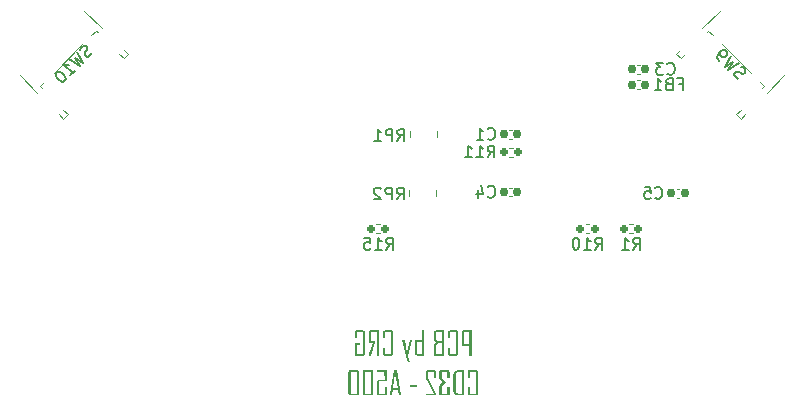
<source format=gbr>
%TF.GenerationSoftware,KiCad,Pcbnew,8.0.5*%
%TF.CreationDate,2026-02-16T11:04:40+00:00*%
%TF.ProjectId,CD32 pad,43443332-2070-4616-942e-6b696361645f,rev?*%
%TF.SameCoordinates,Original*%
%TF.FileFunction,Legend,Bot*%
%TF.FilePolarity,Positive*%
%FSLAX46Y46*%
G04 Gerber Fmt 4.6, Leading zero omitted, Abs format (unit mm)*
G04 Created by KiCad (PCBNEW 8.0.5) date 2026-02-16 11:04:40*
%MOMM*%
%LPD*%
G01*
G04 APERTURE LIST*
G04 Aperture macros list*
%AMRoundRect*
0 Rectangle with rounded corners*
0 $1 Rounding radius*
0 $2 $3 $4 $5 $6 $7 $8 $9 X,Y pos of 4 corners*
0 Add a 4 corners polygon primitive as box body*
4,1,4,$2,$3,$4,$5,$6,$7,$8,$9,$2,$3,0*
0 Add four circle primitives for the rounded corners*
1,1,$1+$1,$2,$3*
1,1,$1+$1,$4,$5*
1,1,$1+$1,$6,$7*
1,1,$1+$1,$8,$9*
0 Add four rect primitives between the rounded corners*
20,1,$1+$1,$2,$3,$4,$5,0*
20,1,$1+$1,$4,$5,$6,$7,0*
20,1,$1+$1,$6,$7,$8,$9,0*
20,1,$1+$1,$8,$9,$2,$3,0*%
G04 Aperture macros list end*
%ADD10C,0.150000*%
%ADD11C,0.120000*%
%ADD12R,1.000000X1.000000*%
%ADD13O,1.000000X1.000000*%
%ADD14R,1.600000X1.600000*%
%ADD15C,1.600000*%
%ADD16C,2.100000*%
%ADD17C,1.750000*%
%ADD18RoundRect,0.155000X0.212500X0.155000X-0.212500X0.155000X-0.212500X-0.155000X0.212500X-0.155000X0*%
%ADD19RoundRect,0.160000X-0.197500X-0.160000X0.197500X-0.160000X0.197500X0.160000X-0.197500X0.160000X0*%
%ADD20RoundRect,0.160000X0.197500X0.160000X-0.197500X0.160000X-0.197500X-0.160000X0.197500X-0.160000X0*%
%ADD21RoundRect,0.155000X-0.212500X-0.155000X0.212500X-0.155000X0.212500X0.155000X-0.212500X0.155000X0*%
%ADD22R,0.320000X0.500000*%
G04 APERTURE END LIST*
D10*
G36*
X152145429Y-113700000D02*
G01*
X151954431Y-113700000D01*
X151954431Y-112855896D01*
X151447871Y-112855896D01*
X151427401Y-112854811D01*
X151337473Y-112811444D01*
X151322698Y-112793715D01*
X151294865Y-112699581D01*
X151484996Y-112699581D01*
X151954431Y-112699581D01*
X151954431Y-111699162D01*
X151484996Y-111699162D01*
X151484996Y-112699581D01*
X151294865Y-112699581D01*
X151293998Y-112696650D01*
X151293998Y-111702093D01*
X151295526Y-111676625D01*
X151337473Y-111587299D01*
X151354452Y-111572192D01*
X151447871Y-111542847D01*
X152145429Y-111542847D01*
X152145429Y-113700000D01*
G37*
G36*
X150137264Y-113540753D02*
G01*
X150164097Y-113634861D01*
X150181228Y-113655547D01*
X150272109Y-113698914D01*
X150292602Y-113700000D01*
X150846057Y-113700000D01*
X150942077Y-113668353D01*
X150955966Y-113655547D01*
X150996970Y-113566221D01*
X150998464Y-113540753D01*
X150998464Y-111702093D01*
X150970409Y-111604879D01*
X150955966Y-111587299D01*
X150866514Y-111543932D01*
X150846057Y-111542847D01*
X150292602Y-111542847D01*
X150198538Y-111572192D01*
X150181228Y-111587299D01*
X150138809Y-111676625D01*
X150137264Y-111702093D01*
X150137264Y-112199371D01*
X150329727Y-112199371D01*
X150329727Y-111699162D01*
X150807466Y-111699162D01*
X150807466Y-113543684D01*
X150329727Y-113543684D01*
X150329727Y-113012212D01*
X150137264Y-113012212D01*
X150137264Y-113540753D01*
G37*
G36*
X149810467Y-113700000D02*
G01*
X149101674Y-113700000D01*
X149081216Y-113698914D01*
X148991765Y-113655547D01*
X148977322Y-113637968D01*
X148949267Y-113540753D01*
X148949267Y-112768946D01*
X149141730Y-112768946D01*
X149141730Y-113543684D01*
X149619469Y-113543684D01*
X149619469Y-112637055D01*
X149335170Y-112637055D01*
X149141730Y-112768946D01*
X148949267Y-112768946D01*
X148949267Y-112718143D01*
X148951008Y-112699708D01*
X149020586Y-112627773D01*
X149182763Y-112558897D01*
X149126045Y-112535747D01*
X149031821Y-112496859D01*
X149009586Y-112484182D01*
X148954640Y-112399651D01*
X148954640Y-112350802D01*
X149147103Y-112350802D01*
X149338101Y-112480739D01*
X149619469Y-112480739D01*
X149619469Y-111699162D01*
X149147103Y-111699162D01*
X149147103Y-112350802D01*
X148954640Y-112350802D01*
X148954640Y-111702093D01*
X148956134Y-111676625D01*
X148997138Y-111587299D01*
X149011027Y-111574493D01*
X149107048Y-111542847D01*
X149810467Y-111542847D01*
X149810467Y-113700000D01*
G37*
G36*
X148097348Y-113700000D02*
G01*
X147613747Y-113700000D01*
X147583858Y-113698610D01*
X147489343Y-113671870D01*
X147410537Y-113611095D01*
X147387176Y-113582191D01*
X147342831Y-113489333D01*
X147329448Y-113387369D01*
X147329448Y-113386880D01*
X147512142Y-113386880D01*
X147515803Y-113432053D01*
X147565010Y-113517805D01*
X147662107Y-113543684D01*
X147914654Y-113543684D01*
X147914654Y-112543265D01*
X147512142Y-112512002D01*
X147512142Y-113386880D01*
X147329448Y-113386880D01*
X147329448Y-112512002D01*
X147333169Y-112466970D01*
X147383178Y-112381485D01*
X147481856Y-112355687D01*
X147497034Y-112355794D01*
X147595678Y-112359992D01*
X147697766Y-112367899D01*
X147711322Y-112369118D01*
X147812988Y-112378141D01*
X147914654Y-112386950D01*
X147914654Y-111542847D01*
X148097348Y-111542847D01*
X148097348Y-113700000D01*
G37*
G36*
X146283600Y-112355687D02*
G01*
X146605024Y-113700000D01*
X146738380Y-114200209D01*
X146918632Y-114200209D01*
X146783810Y-113700000D01*
X147113537Y-112355687D01*
X146925470Y-112355687D01*
X146697348Y-113449895D01*
X146466294Y-112355687D01*
X146283600Y-112355687D01*
G37*
G36*
X144634961Y-113540753D02*
G01*
X144661794Y-113634861D01*
X144678925Y-113655547D01*
X144769806Y-113698914D01*
X144790299Y-113700000D01*
X145343754Y-113700000D01*
X145439774Y-113668353D01*
X145453663Y-113655547D01*
X145494667Y-113566221D01*
X145496161Y-113540753D01*
X145496161Y-111702093D01*
X145468106Y-111604879D01*
X145453663Y-111587299D01*
X145364211Y-111543932D01*
X145343754Y-111542847D01*
X144790299Y-111542847D01*
X144696235Y-111572192D01*
X144678925Y-111587299D01*
X144636507Y-111676625D01*
X144634961Y-111702093D01*
X144634961Y-112199371D01*
X144827424Y-112199371D01*
X144827424Y-111699162D01*
X145305163Y-111699162D01*
X145305163Y-113543684D01*
X144827424Y-113543684D01*
X144827424Y-113012212D01*
X144634961Y-113012212D01*
X144634961Y-113540753D01*
G37*
G36*
X143393230Y-113700000D02*
G01*
X143593998Y-113700000D01*
X143993579Y-112520307D01*
X143967690Y-112480739D01*
X143626727Y-112480739D01*
X143626727Y-111699162D01*
X144117166Y-111699162D01*
X144117166Y-113700000D01*
X144308164Y-113700000D01*
X144308164Y-111542847D01*
X143588625Y-111542847D01*
X143492604Y-111574493D01*
X143478715Y-111587299D01*
X143437240Y-111676625D01*
X143435729Y-111702093D01*
X143435729Y-112477808D01*
X143465129Y-112574849D01*
X143553332Y-112627102D01*
X143644800Y-112637055D01*
X143705373Y-112635101D01*
X143763014Y-112633147D01*
X143728222Y-112732915D01*
X143693456Y-112832735D01*
X143658716Y-112932607D01*
X143624002Y-113032530D01*
X143589313Y-113132504D01*
X143554650Y-113232530D01*
X143520013Y-113332608D01*
X143485401Y-113432737D01*
X143450816Y-113532917D01*
X143416256Y-113633149D01*
X143393230Y-113700000D01*
G37*
G36*
X142244800Y-113540753D02*
G01*
X142272856Y-113637968D01*
X142287299Y-113655547D01*
X142376750Y-113698914D01*
X142397208Y-113700000D01*
X142961897Y-113700000D01*
X143057918Y-113668353D01*
X143071807Y-113655547D01*
X143112811Y-113566221D01*
X143114305Y-113540753D01*
X143114305Y-111702093D01*
X143086250Y-111604879D01*
X143071807Y-111587299D01*
X142982355Y-111543932D01*
X142961897Y-111542847D01*
X142397208Y-111542847D01*
X142301188Y-111574493D01*
X142287299Y-111587299D01*
X142246295Y-111676625D01*
X142244800Y-111702093D01*
X142244800Y-112168108D01*
X142437264Y-112168108D01*
X142437264Y-111699162D01*
X142923307Y-111699162D01*
X142923307Y-113543684D01*
X142437264Y-113543684D01*
X142437264Y-112762107D01*
X142666852Y-112762107D01*
X142666852Y-112605792D01*
X142244800Y-112605792D01*
X142244800Y-113540753D01*
G37*
G36*
X151814723Y-116900753D02*
G01*
X151841557Y-116994861D01*
X151858687Y-117015547D01*
X151949568Y-117058914D01*
X151970062Y-117060000D01*
X152523516Y-117060000D01*
X152619536Y-117028353D01*
X152633425Y-117015547D01*
X152674429Y-116926221D01*
X152675924Y-116900753D01*
X152675924Y-115062093D01*
X152647868Y-114964879D01*
X152633425Y-114947299D01*
X152543974Y-114903932D01*
X152523516Y-114902847D01*
X151970062Y-114902847D01*
X151875998Y-114932192D01*
X151858687Y-114947299D01*
X151816269Y-115036625D01*
X151814723Y-115062093D01*
X151814723Y-115559371D01*
X152007187Y-115559371D01*
X152007187Y-115059162D01*
X152484926Y-115059162D01*
X152484926Y-116903684D01*
X152007187Y-116903684D01*
X152007187Y-116372212D01*
X151814723Y-116372212D01*
X151814723Y-116900753D01*
G37*
G36*
X151487926Y-117060000D02*
G01*
X150996021Y-117060000D01*
X150895195Y-117049314D01*
X150797509Y-117012876D01*
X150713677Y-116950579D01*
X150649989Y-116867801D01*
X150612737Y-116770593D01*
X150601813Y-116669699D01*
X150601813Y-115299497D01*
X150792811Y-115299497D01*
X150792811Y-116660418D01*
X150808053Y-116756038D01*
X150862176Y-116838715D01*
X150942044Y-116887442D01*
X151042916Y-116903684D01*
X151296928Y-116903684D01*
X151296928Y-115059162D01*
X151031681Y-115059162D01*
X150946837Y-115071878D01*
X150859734Y-115125596D01*
X150809542Y-115202288D01*
X150792811Y-115299497D01*
X150601813Y-115299497D01*
X150601813Y-115293147D01*
X150612690Y-115192301D01*
X150649778Y-115095256D01*
X150713188Y-115012756D01*
X150796858Y-114950181D01*
X150894727Y-114913580D01*
X150996021Y-114902847D01*
X151487926Y-114902847D01*
X151487926Y-117060000D01*
G37*
G36*
X149414305Y-116900753D02*
G01*
X149442360Y-116997968D01*
X149456803Y-117015547D01*
X149546254Y-117058914D01*
X149566712Y-117060000D01*
X150120166Y-117060000D01*
X150216187Y-117028353D01*
X150230076Y-117015547D01*
X150271080Y-116926221D01*
X150272574Y-116900753D01*
X150272574Y-116372212D01*
X150081576Y-116372212D01*
X150081576Y-116903684D01*
X149606279Y-116903684D01*
X149606279Y-116225177D01*
X149985833Y-115940879D01*
X149985833Y-115897892D01*
X149609210Y-115617990D01*
X149609210Y-115059162D01*
X150079134Y-115059162D01*
X150079134Y-115559371D01*
X150270131Y-115559371D01*
X150270131Y-115062093D01*
X150242076Y-114964879D01*
X150227633Y-114947299D01*
X150138182Y-114903932D01*
X150117724Y-114902847D01*
X149569155Y-114902847D01*
X149473134Y-114934493D01*
X149459245Y-114947299D01*
X149418241Y-115036625D01*
X149416747Y-115062093D01*
X149416747Y-115577934D01*
X149440046Y-115674625D01*
X149499301Y-115738646D01*
X149754779Y-115918897D01*
X149496859Y-116098660D01*
X149432444Y-116173065D01*
X149414305Y-116262302D01*
X149414305Y-116900753D01*
G37*
G36*
X148293230Y-117060000D02*
G01*
X149146126Y-117060000D01*
X149146126Y-116950579D01*
X148488136Y-115583307D01*
X148488136Y-115059162D01*
X148926307Y-115059162D01*
X148926307Y-115559371D01*
X149118771Y-115559371D01*
X149118771Y-115062093D01*
X149090715Y-114964879D01*
X149076272Y-114947299D01*
X148986821Y-114903932D01*
X148966363Y-114902847D01*
X148448080Y-114902847D01*
X148352059Y-114934493D01*
X148338171Y-114947299D01*
X148297166Y-115036625D01*
X148295672Y-115062093D01*
X148295672Y-115531039D01*
X148311747Y-115631177D01*
X148346475Y-115719106D01*
X148915561Y-116903684D01*
X148293230Y-116903684D01*
X148293230Y-117060000D01*
G37*
G36*
X146926935Y-116309685D02*
G01*
X147493090Y-116309685D01*
X147493090Y-116153370D01*
X146926935Y-116153370D01*
X146926935Y-116309685D01*
G37*
G36*
X146166852Y-117054626D02*
G01*
X146166852Y-117060000D01*
X145982693Y-117060000D01*
X145906977Y-116591053D01*
X145480041Y-116591053D01*
X145404325Y-117060000D01*
X145214793Y-117060000D01*
X145325092Y-116434738D01*
X145504465Y-116434738D01*
X145882553Y-116434738D01*
X145692532Y-115251625D01*
X145504465Y-116434738D01*
X145325092Y-116434738D01*
X145595323Y-114902847D01*
X145783390Y-114902847D01*
X146166852Y-117054626D01*
G37*
G36*
X144134751Y-116900753D02*
G01*
X144162807Y-116997968D01*
X144177249Y-117015547D01*
X144266701Y-117058914D01*
X144287159Y-117060000D01*
X144816189Y-117060000D01*
X144911861Y-117028353D01*
X144925610Y-117015547D01*
X144966142Y-116926221D01*
X144967619Y-116900753D01*
X144967619Y-116340949D01*
X144776621Y-116340949D01*
X144776621Y-116903684D01*
X144325749Y-116903684D01*
X144325749Y-115872002D01*
X144961757Y-115872002D01*
X144937333Y-114902847D01*
X144151360Y-114902847D01*
X144151360Y-115059162D01*
X144750243Y-115059162D01*
X144773690Y-115715687D01*
X144287159Y-115715687D01*
X144191138Y-115746985D01*
X144177249Y-115759651D01*
X144135789Y-115851099D01*
X144134751Y-115872002D01*
X144134751Y-116900753D01*
G37*
G36*
X143678935Y-114903932D02*
G01*
X143768387Y-114947299D01*
X143782830Y-114964879D01*
X143810885Y-115062093D01*
X143810885Y-116900753D01*
X143809391Y-116926221D01*
X143768387Y-117015547D01*
X143754498Y-117028353D01*
X143658478Y-117060000D01*
X143088415Y-117060000D01*
X143067921Y-117058914D01*
X142977040Y-117015547D01*
X142959910Y-116994861D01*
X142933912Y-116903684D01*
X143124074Y-116903684D01*
X143619887Y-116903684D01*
X143619887Y-115059162D01*
X143124074Y-115059162D01*
X143124074Y-116903684D01*
X142933912Y-116903684D01*
X142933076Y-116900753D01*
X142933076Y-115062093D01*
X142934622Y-115036625D01*
X142977040Y-114947299D01*
X142994351Y-114932192D01*
X143088415Y-114902847D01*
X143658478Y-114902847D01*
X143678935Y-114903932D01*
G37*
G36*
X142463583Y-114903932D02*
G01*
X142553034Y-114947299D01*
X142567477Y-114964879D01*
X142595533Y-115062093D01*
X142595533Y-116900753D01*
X142594039Y-116926221D01*
X142553034Y-117015547D01*
X142539146Y-117028353D01*
X142443125Y-117060000D01*
X141873062Y-117060000D01*
X141852569Y-117058914D01*
X141761688Y-117015547D01*
X141744557Y-116994861D01*
X141718560Y-116903684D01*
X141908722Y-116903684D01*
X142404535Y-116903684D01*
X142404535Y-115059162D01*
X141908722Y-115059162D01*
X141908722Y-116903684D01*
X141718560Y-116903684D01*
X141717724Y-116900753D01*
X141717724Y-115062093D01*
X141719270Y-115036625D01*
X141761688Y-114947299D01*
X141778998Y-114932192D01*
X141873062Y-114902847D01*
X142443125Y-114902847D01*
X142463583Y-114903932D01*
G37*
X174707925Y-90259672D02*
X174573238Y-90192329D01*
X174573238Y-90192329D02*
X174404880Y-90023970D01*
X174404880Y-90023970D02*
X174371208Y-89922955D01*
X174371208Y-89922955D02*
X174371208Y-89855611D01*
X174371208Y-89855611D02*
X174404880Y-89754596D01*
X174404880Y-89754596D02*
X174472223Y-89687252D01*
X174472223Y-89687252D02*
X174573238Y-89653581D01*
X174573238Y-89653581D02*
X174640582Y-89653581D01*
X174640582Y-89653581D02*
X174741597Y-89687252D01*
X174741597Y-89687252D02*
X174909956Y-89788268D01*
X174909956Y-89788268D02*
X175010971Y-89821939D01*
X175010971Y-89821939D02*
X175078315Y-89821939D01*
X175078315Y-89821939D02*
X175179330Y-89788268D01*
X175179330Y-89788268D02*
X175246673Y-89720924D01*
X175246673Y-89720924D02*
X175280345Y-89619909D01*
X175280345Y-89619909D02*
X175280345Y-89552565D01*
X175280345Y-89552565D02*
X175246673Y-89451550D01*
X175246673Y-89451550D02*
X175078315Y-89283191D01*
X175078315Y-89283191D02*
X174943628Y-89215848D01*
X174741597Y-88946474D02*
X173866131Y-89485222D01*
X173866131Y-89485222D02*
X174236521Y-88845458D01*
X174236521Y-88845458D02*
X173596757Y-89215848D01*
X173596757Y-89215848D02*
X174135505Y-88340382D01*
X173125353Y-88744443D02*
X172990666Y-88609756D01*
X172990666Y-88609756D02*
X172956994Y-88508741D01*
X172956994Y-88508741D02*
X172956994Y-88441398D01*
X172956994Y-88441398D02*
X172990666Y-88273039D01*
X172990666Y-88273039D02*
X173091681Y-88104680D01*
X173091681Y-88104680D02*
X173361055Y-87835306D01*
X173361055Y-87835306D02*
X173462071Y-87801634D01*
X173462071Y-87801634D02*
X173529414Y-87801634D01*
X173529414Y-87801634D02*
X173630429Y-87835306D01*
X173630429Y-87835306D02*
X173765116Y-87969993D01*
X173765116Y-87969993D02*
X173798788Y-88071008D01*
X173798788Y-88071008D02*
X173798788Y-88138352D01*
X173798788Y-88138352D02*
X173765116Y-88239367D01*
X173765116Y-88239367D02*
X173596758Y-88407726D01*
X173596758Y-88407726D02*
X173495742Y-88441398D01*
X173495742Y-88441398D02*
X173428399Y-88441398D01*
X173428399Y-88441398D02*
X173327384Y-88407726D01*
X173327384Y-88407726D02*
X173192697Y-88273039D01*
X173192697Y-88273039D02*
X173159025Y-88172024D01*
X173159025Y-88172024D02*
X173159025Y-88104680D01*
X173159025Y-88104680D02*
X173192697Y-88003665D01*
X120014409Y-88037337D02*
X119947065Y-88172024D01*
X119947065Y-88172024D02*
X119778707Y-88340383D01*
X119778707Y-88340383D02*
X119677691Y-88374054D01*
X119677691Y-88374054D02*
X119610348Y-88374054D01*
X119610348Y-88374054D02*
X119509333Y-88340383D01*
X119509333Y-88340383D02*
X119441989Y-88273039D01*
X119441989Y-88273039D02*
X119408317Y-88172024D01*
X119408317Y-88172024D02*
X119408317Y-88104680D01*
X119408317Y-88104680D02*
X119441989Y-88003665D01*
X119441989Y-88003665D02*
X119543004Y-87835306D01*
X119543004Y-87835306D02*
X119576676Y-87734291D01*
X119576676Y-87734291D02*
X119576676Y-87666948D01*
X119576676Y-87666948D02*
X119543004Y-87565932D01*
X119543004Y-87565932D02*
X119475661Y-87498589D01*
X119475661Y-87498589D02*
X119374646Y-87464917D01*
X119374646Y-87464917D02*
X119307302Y-87464917D01*
X119307302Y-87464917D02*
X119206287Y-87498589D01*
X119206287Y-87498589D02*
X119037928Y-87666948D01*
X119037928Y-87666948D02*
X118970585Y-87801635D01*
X118701211Y-88003665D02*
X119239959Y-88879131D01*
X119239959Y-88879131D02*
X118600195Y-88508741D01*
X118600195Y-88508741D02*
X118970585Y-89148505D01*
X118970585Y-89148505D02*
X118095119Y-88609757D01*
X118162463Y-89956627D02*
X118566524Y-89552566D01*
X118364493Y-89754596D02*
X117657386Y-89047489D01*
X117657386Y-89047489D02*
X117825745Y-89081161D01*
X117825745Y-89081161D02*
X117960432Y-89081161D01*
X117960432Y-89081161D02*
X118061447Y-89047489D01*
X117017623Y-89687253D02*
X116950280Y-89754596D01*
X116950280Y-89754596D02*
X116916608Y-89855611D01*
X116916608Y-89855611D02*
X116916608Y-89922955D01*
X116916608Y-89922955D02*
X116950280Y-90023970D01*
X116950280Y-90023970D02*
X117051295Y-90192329D01*
X117051295Y-90192329D02*
X117219654Y-90360688D01*
X117219654Y-90360688D02*
X117388012Y-90461703D01*
X117388012Y-90461703D02*
X117489028Y-90495375D01*
X117489028Y-90495375D02*
X117556371Y-90495375D01*
X117556371Y-90495375D02*
X117657386Y-90461703D01*
X117657386Y-90461703D02*
X117724730Y-90394359D01*
X117724730Y-90394359D02*
X117758402Y-90293344D01*
X117758402Y-90293344D02*
X117758402Y-90226001D01*
X117758402Y-90226001D02*
X117724730Y-90124985D01*
X117724730Y-90124985D02*
X117623715Y-89956627D01*
X117623715Y-89956627D02*
X117455356Y-89788268D01*
X117455356Y-89788268D02*
X117286997Y-89687253D01*
X117286997Y-89687253D02*
X117185982Y-89653581D01*
X117185982Y-89653581D02*
X117118638Y-89653581D01*
X117118638Y-89653581D02*
X117017623Y-89687253D01*
X153516666Y-95309580D02*
X153564285Y-95357200D01*
X153564285Y-95357200D02*
X153707142Y-95404819D01*
X153707142Y-95404819D02*
X153802380Y-95404819D01*
X153802380Y-95404819D02*
X153945237Y-95357200D01*
X153945237Y-95357200D02*
X154040475Y-95261961D01*
X154040475Y-95261961D02*
X154088094Y-95166723D01*
X154088094Y-95166723D02*
X154135713Y-94976247D01*
X154135713Y-94976247D02*
X154135713Y-94833390D01*
X154135713Y-94833390D02*
X154088094Y-94642914D01*
X154088094Y-94642914D02*
X154040475Y-94547676D01*
X154040475Y-94547676D02*
X153945237Y-94452438D01*
X153945237Y-94452438D02*
X153802380Y-94404819D01*
X153802380Y-94404819D02*
X153707142Y-94404819D01*
X153707142Y-94404819D02*
X153564285Y-94452438D01*
X153564285Y-94452438D02*
X153516666Y-94500057D01*
X152564285Y-95404819D02*
X153135713Y-95404819D01*
X152849999Y-95404819D02*
X152849999Y-94404819D01*
X152849999Y-94404819D02*
X152945237Y-94547676D01*
X152945237Y-94547676D02*
X153040475Y-94642914D01*
X153040475Y-94642914D02*
X153135713Y-94690533D01*
X144895357Y-104704819D02*
X145228690Y-104228628D01*
X145466785Y-104704819D02*
X145466785Y-103704819D01*
X145466785Y-103704819D02*
X145085833Y-103704819D01*
X145085833Y-103704819D02*
X144990595Y-103752438D01*
X144990595Y-103752438D02*
X144942976Y-103800057D01*
X144942976Y-103800057D02*
X144895357Y-103895295D01*
X144895357Y-103895295D02*
X144895357Y-104038152D01*
X144895357Y-104038152D02*
X144942976Y-104133390D01*
X144942976Y-104133390D02*
X144990595Y-104181009D01*
X144990595Y-104181009D02*
X145085833Y-104228628D01*
X145085833Y-104228628D02*
X145466785Y-104228628D01*
X143942976Y-104704819D02*
X144514404Y-104704819D01*
X144228690Y-104704819D02*
X144228690Y-103704819D01*
X144228690Y-103704819D02*
X144323928Y-103847676D01*
X144323928Y-103847676D02*
X144419166Y-103942914D01*
X144419166Y-103942914D02*
X144514404Y-103990533D01*
X143038214Y-103704819D02*
X143514404Y-103704819D01*
X143514404Y-103704819D02*
X143562023Y-104181009D01*
X143562023Y-104181009D02*
X143514404Y-104133390D01*
X143514404Y-104133390D02*
X143419166Y-104085771D01*
X143419166Y-104085771D02*
X143181071Y-104085771D01*
X143181071Y-104085771D02*
X143085833Y-104133390D01*
X143085833Y-104133390D02*
X143038214Y-104181009D01*
X143038214Y-104181009D02*
X142990595Y-104276247D01*
X142990595Y-104276247D02*
X142990595Y-104514342D01*
X142990595Y-104514342D02*
X143038214Y-104609580D01*
X143038214Y-104609580D02*
X143085833Y-104657200D01*
X143085833Y-104657200D02*
X143181071Y-104704819D01*
X143181071Y-104704819D02*
X143419166Y-104704819D01*
X143419166Y-104704819D02*
X143514404Y-104657200D01*
X143514404Y-104657200D02*
X143562023Y-104609580D01*
X165816666Y-104704819D02*
X166149999Y-104228628D01*
X166388094Y-104704819D02*
X166388094Y-103704819D01*
X166388094Y-103704819D02*
X166007142Y-103704819D01*
X166007142Y-103704819D02*
X165911904Y-103752438D01*
X165911904Y-103752438D02*
X165864285Y-103800057D01*
X165864285Y-103800057D02*
X165816666Y-103895295D01*
X165816666Y-103895295D02*
X165816666Y-104038152D01*
X165816666Y-104038152D02*
X165864285Y-104133390D01*
X165864285Y-104133390D02*
X165911904Y-104181009D01*
X165911904Y-104181009D02*
X166007142Y-104228628D01*
X166007142Y-104228628D02*
X166388094Y-104228628D01*
X164864285Y-104704819D02*
X165435713Y-104704819D01*
X165149999Y-104704819D02*
X165149999Y-103704819D01*
X165149999Y-103704819D02*
X165245237Y-103847676D01*
X165245237Y-103847676D02*
X165340475Y-103942914D01*
X165340475Y-103942914D02*
X165435713Y-103990533D01*
X153516666Y-100209580D02*
X153564285Y-100257200D01*
X153564285Y-100257200D02*
X153707142Y-100304819D01*
X153707142Y-100304819D02*
X153802380Y-100304819D01*
X153802380Y-100304819D02*
X153945237Y-100257200D01*
X153945237Y-100257200D02*
X154040475Y-100161961D01*
X154040475Y-100161961D02*
X154088094Y-100066723D01*
X154088094Y-100066723D02*
X154135713Y-99876247D01*
X154135713Y-99876247D02*
X154135713Y-99733390D01*
X154135713Y-99733390D02*
X154088094Y-99542914D01*
X154088094Y-99542914D02*
X154040475Y-99447676D01*
X154040475Y-99447676D02*
X153945237Y-99352438D01*
X153945237Y-99352438D02*
X153802380Y-99304819D01*
X153802380Y-99304819D02*
X153707142Y-99304819D01*
X153707142Y-99304819D02*
X153564285Y-99352438D01*
X153564285Y-99352438D02*
X153516666Y-99400057D01*
X152659523Y-99638152D02*
X152659523Y-100304819D01*
X152897618Y-99257200D02*
X153135713Y-99971485D01*
X153135713Y-99971485D02*
X152516666Y-99971485D01*
X153490357Y-96904819D02*
X153823690Y-96428628D01*
X154061785Y-96904819D02*
X154061785Y-95904819D01*
X154061785Y-95904819D02*
X153680833Y-95904819D01*
X153680833Y-95904819D02*
X153585595Y-95952438D01*
X153585595Y-95952438D02*
X153537976Y-96000057D01*
X153537976Y-96000057D02*
X153490357Y-96095295D01*
X153490357Y-96095295D02*
X153490357Y-96238152D01*
X153490357Y-96238152D02*
X153537976Y-96333390D01*
X153537976Y-96333390D02*
X153585595Y-96381009D01*
X153585595Y-96381009D02*
X153680833Y-96428628D01*
X153680833Y-96428628D02*
X154061785Y-96428628D01*
X152537976Y-96904819D02*
X153109404Y-96904819D01*
X152823690Y-96904819D02*
X152823690Y-95904819D01*
X152823690Y-95904819D02*
X152918928Y-96047676D01*
X152918928Y-96047676D02*
X153014166Y-96142914D01*
X153014166Y-96142914D02*
X153109404Y-96190533D01*
X151585595Y-96904819D02*
X152157023Y-96904819D01*
X151871309Y-96904819D02*
X151871309Y-95904819D01*
X151871309Y-95904819D02*
X151966547Y-96047676D01*
X151966547Y-96047676D02*
X152061785Y-96142914D01*
X152061785Y-96142914D02*
X152157023Y-96190533D01*
X169683333Y-90681009D02*
X170016666Y-90681009D01*
X170016666Y-91204819D02*
X170016666Y-90204819D01*
X170016666Y-90204819D02*
X169540476Y-90204819D01*
X168826190Y-90681009D02*
X168683333Y-90728628D01*
X168683333Y-90728628D02*
X168635714Y-90776247D01*
X168635714Y-90776247D02*
X168588095Y-90871485D01*
X168588095Y-90871485D02*
X168588095Y-91014342D01*
X168588095Y-91014342D02*
X168635714Y-91109580D01*
X168635714Y-91109580D02*
X168683333Y-91157200D01*
X168683333Y-91157200D02*
X168778571Y-91204819D01*
X168778571Y-91204819D02*
X169159523Y-91204819D01*
X169159523Y-91204819D02*
X169159523Y-90204819D01*
X169159523Y-90204819D02*
X168826190Y-90204819D01*
X168826190Y-90204819D02*
X168730952Y-90252438D01*
X168730952Y-90252438D02*
X168683333Y-90300057D01*
X168683333Y-90300057D02*
X168635714Y-90395295D01*
X168635714Y-90395295D02*
X168635714Y-90490533D01*
X168635714Y-90490533D02*
X168683333Y-90585771D01*
X168683333Y-90585771D02*
X168730952Y-90633390D01*
X168730952Y-90633390D02*
X168826190Y-90681009D01*
X168826190Y-90681009D02*
X169159523Y-90681009D01*
X167635714Y-91204819D02*
X168207142Y-91204819D01*
X167921428Y-91204819D02*
X167921428Y-90204819D01*
X167921428Y-90204819D02*
X168016666Y-90347676D01*
X168016666Y-90347676D02*
X168111904Y-90442914D01*
X168111904Y-90442914D02*
X168207142Y-90490533D01*
X167684166Y-100309580D02*
X167731785Y-100357200D01*
X167731785Y-100357200D02*
X167874642Y-100404819D01*
X167874642Y-100404819D02*
X167969880Y-100404819D01*
X167969880Y-100404819D02*
X168112737Y-100357200D01*
X168112737Y-100357200D02*
X168207975Y-100261961D01*
X168207975Y-100261961D02*
X168255594Y-100166723D01*
X168255594Y-100166723D02*
X168303213Y-99976247D01*
X168303213Y-99976247D02*
X168303213Y-99833390D01*
X168303213Y-99833390D02*
X168255594Y-99642914D01*
X168255594Y-99642914D02*
X168207975Y-99547676D01*
X168207975Y-99547676D02*
X168112737Y-99452438D01*
X168112737Y-99452438D02*
X167969880Y-99404819D01*
X167969880Y-99404819D02*
X167874642Y-99404819D01*
X167874642Y-99404819D02*
X167731785Y-99452438D01*
X167731785Y-99452438D02*
X167684166Y-99500057D01*
X166779404Y-99404819D02*
X167255594Y-99404819D01*
X167255594Y-99404819D02*
X167303213Y-99881009D01*
X167303213Y-99881009D02*
X167255594Y-99833390D01*
X167255594Y-99833390D02*
X167160356Y-99785771D01*
X167160356Y-99785771D02*
X166922261Y-99785771D01*
X166922261Y-99785771D02*
X166827023Y-99833390D01*
X166827023Y-99833390D02*
X166779404Y-99881009D01*
X166779404Y-99881009D02*
X166731785Y-99976247D01*
X166731785Y-99976247D02*
X166731785Y-100214342D01*
X166731785Y-100214342D02*
X166779404Y-100309580D01*
X166779404Y-100309580D02*
X166827023Y-100357200D01*
X166827023Y-100357200D02*
X166922261Y-100404819D01*
X166922261Y-100404819D02*
X167160356Y-100404819D01*
X167160356Y-100404819D02*
X167255594Y-100357200D01*
X167255594Y-100357200D02*
X167303213Y-100309580D01*
X162592857Y-104704819D02*
X162926190Y-104228628D01*
X163164285Y-104704819D02*
X163164285Y-103704819D01*
X163164285Y-103704819D02*
X162783333Y-103704819D01*
X162783333Y-103704819D02*
X162688095Y-103752438D01*
X162688095Y-103752438D02*
X162640476Y-103800057D01*
X162640476Y-103800057D02*
X162592857Y-103895295D01*
X162592857Y-103895295D02*
X162592857Y-104038152D01*
X162592857Y-104038152D02*
X162640476Y-104133390D01*
X162640476Y-104133390D02*
X162688095Y-104181009D01*
X162688095Y-104181009D02*
X162783333Y-104228628D01*
X162783333Y-104228628D02*
X163164285Y-104228628D01*
X161640476Y-104704819D02*
X162211904Y-104704819D01*
X161926190Y-104704819D02*
X161926190Y-103704819D01*
X161926190Y-103704819D02*
X162021428Y-103847676D01*
X162021428Y-103847676D02*
X162116666Y-103942914D01*
X162116666Y-103942914D02*
X162211904Y-103990533D01*
X161021428Y-103704819D02*
X160926190Y-103704819D01*
X160926190Y-103704819D02*
X160830952Y-103752438D01*
X160830952Y-103752438D02*
X160783333Y-103800057D01*
X160783333Y-103800057D02*
X160735714Y-103895295D01*
X160735714Y-103895295D02*
X160688095Y-104085771D01*
X160688095Y-104085771D02*
X160688095Y-104323866D01*
X160688095Y-104323866D02*
X160735714Y-104514342D01*
X160735714Y-104514342D02*
X160783333Y-104609580D01*
X160783333Y-104609580D02*
X160830952Y-104657200D01*
X160830952Y-104657200D02*
X160926190Y-104704819D01*
X160926190Y-104704819D02*
X161021428Y-104704819D01*
X161021428Y-104704819D02*
X161116666Y-104657200D01*
X161116666Y-104657200D02*
X161164285Y-104609580D01*
X161164285Y-104609580D02*
X161211904Y-104514342D01*
X161211904Y-104514342D02*
X161259523Y-104323866D01*
X161259523Y-104323866D02*
X161259523Y-104085771D01*
X161259523Y-104085771D02*
X161211904Y-103895295D01*
X161211904Y-103895295D02*
X161164285Y-103800057D01*
X161164285Y-103800057D02*
X161116666Y-103752438D01*
X161116666Y-103752438D02*
X161021428Y-103704819D01*
X145866666Y-95504819D02*
X146199999Y-95028628D01*
X146438094Y-95504819D02*
X146438094Y-94504819D01*
X146438094Y-94504819D02*
X146057142Y-94504819D01*
X146057142Y-94504819D02*
X145961904Y-94552438D01*
X145961904Y-94552438D02*
X145914285Y-94600057D01*
X145914285Y-94600057D02*
X145866666Y-94695295D01*
X145866666Y-94695295D02*
X145866666Y-94838152D01*
X145866666Y-94838152D02*
X145914285Y-94933390D01*
X145914285Y-94933390D02*
X145961904Y-94981009D01*
X145961904Y-94981009D02*
X146057142Y-95028628D01*
X146057142Y-95028628D02*
X146438094Y-95028628D01*
X145438094Y-95504819D02*
X145438094Y-94504819D01*
X145438094Y-94504819D02*
X145057142Y-94504819D01*
X145057142Y-94504819D02*
X144961904Y-94552438D01*
X144961904Y-94552438D02*
X144914285Y-94600057D01*
X144914285Y-94600057D02*
X144866666Y-94695295D01*
X144866666Y-94695295D02*
X144866666Y-94838152D01*
X144866666Y-94838152D02*
X144914285Y-94933390D01*
X144914285Y-94933390D02*
X144961904Y-94981009D01*
X144961904Y-94981009D02*
X145057142Y-95028628D01*
X145057142Y-95028628D02*
X145438094Y-95028628D01*
X143914285Y-95504819D02*
X144485713Y-95504819D01*
X144199999Y-95504819D02*
X144199999Y-94504819D01*
X144199999Y-94504819D02*
X144295237Y-94647676D01*
X144295237Y-94647676D02*
X144390475Y-94742914D01*
X144390475Y-94742914D02*
X144485713Y-94790533D01*
X145816666Y-100454819D02*
X146149999Y-99978628D01*
X146388094Y-100454819D02*
X146388094Y-99454819D01*
X146388094Y-99454819D02*
X146007142Y-99454819D01*
X146007142Y-99454819D02*
X145911904Y-99502438D01*
X145911904Y-99502438D02*
X145864285Y-99550057D01*
X145864285Y-99550057D02*
X145816666Y-99645295D01*
X145816666Y-99645295D02*
X145816666Y-99788152D01*
X145816666Y-99788152D02*
X145864285Y-99883390D01*
X145864285Y-99883390D02*
X145911904Y-99931009D01*
X145911904Y-99931009D02*
X146007142Y-99978628D01*
X146007142Y-99978628D02*
X146388094Y-99978628D01*
X145388094Y-100454819D02*
X145388094Y-99454819D01*
X145388094Y-99454819D02*
X145007142Y-99454819D01*
X145007142Y-99454819D02*
X144911904Y-99502438D01*
X144911904Y-99502438D02*
X144864285Y-99550057D01*
X144864285Y-99550057D02*
X144816666Y-99645295D01*
X144816666Y-99645295D02*
X144816666Y-99788152D01*
X144816666Y-99788152D02*
X144864285Y-99883390D01*
X144864285Y-99883390D02*
X144911904Y-99931009D01*
X144911904Y-99931009D02*
X145007142Y-99978628D01*
X145007142Y-99978628D02*
X145388094Y-99978628D01*
X144435713Y-99550057D02*
X144388094Y-99502438D01*
X144388094Y-99502438D02*
X144292856Y-99454819D01*
X144292856Y-99454819D02*
X144054761Y-99454819D01*
X144054761Y-99454819D02*
X143959523Y-99502438D01*
X143959523Y-99502438D02*
X143911904Y-99550057D01*
X143911904Y-99550057D02*
X143864285Y-99645295D01*
X143864285Y-99645295D02*
X143864285Y-99740533D01*
X143864285Y-99740533D02*
X143911904Y-99883390D01*
X143911904Y-99883390D02*
X144483332Y-100454819D01*
X144483332Y-100454819D02*
X143864285Y-100454819D01*
X168716666Y-89809580D02*
X168764285Y-89857200D01*
X168764285Y-89857200D02*
X168907142Y-89904819D01*
X168907142Y-89904819D02*
X169002380Y-89904819D01*
X169002380Y-89904819D02*
X169145237Y-89857200D01*
X169145237Y-89857200D02*
X169240475Y-89761961D01*
X169240475Y-89761961D02*
X169288094Y-89666723D01*
X169288094Y-89666723D02*
X169335713Y-89476247D01*
X169335713Y-89476247D02*
X169335713Y-89333390D01*
X169335713Y-89333390D02*
X169288094Y-89142914D01*
X169288094Y-89142914D02*
X169240475Y-89047676D01*
X169240475Y-89047676D02*
X169145237Y-88952438D01*
X169145237Y-88952438D02*
X169002380Y-88904819D01*
X169002380Y-88904819D02*
X168907142Y-88904819D01*
X168907142Y-88904819D02*
X168764285Y-88952438D01*
X168764285Y-88952438D02*
X168716666Y-89000057D01*
X168383332Y-88904819D02*
X167764285Y-88904819D01*
X167764285Y-88904819D02*
X168097618Y-89285771D01*
X168097618Y-89285771D02*
X167954761Y-89285771D01*
X167954761Y-89285771D02*
X167859523Y-89333390D01*
X167859523Y-89333390D02*
X167811904Y-89381009D01*
X167811904Y-89381009D02*
X167764285Y-89476247D01*
X167764285Y-89476247D02*
X167764285Y-89714342D01*
X167764285Y-89714342D02*
X167811904Y-89809580D01*
X167811904Y-89809580D02*
X167859523Y-89857200D01*
X167859523Y-89857200D02*
X167954761Y-89904819D01*
X167954761Y-89904819D02*
X168240475Y-89904819D01*
X168240475Y-89904819D02*
X168335713Y-89857200D01*
X168335713Y-89857200D02*
X168383332Y-89809580D01*
D11*
%TO.C,SW9*%
X169463928Y-88159189D02*
X169824553Y-87798564D01*
X169463928Y-88159189D02*
X169831624Y-88526884D01*
X169831624Y-88526884D02*
X170192248Y-88166260D01*
X171663030Y-85960087D02*
X173147955Y-84475162D01*
X172030726Y-86327782D02*
X172193361Y-86165148D01*
X172193361Y-86165148D02*
X172575198Y-86546985D01*
X173353016Y-87324803D02*
X175757179Y-89728966D01*
X174555097Y-93250358D02*
X174915722Y-92889733D01*
X174555097Y-93250358D02*
X174922793Y-93618053D01*
X174922793Y-93618053D02*
X175283417Y-93257429D01*
X176534996Y-90506783D02*
X176916834Y-90888621D01*
X176754199Y-91051256D02*
X176916834Y-90888621D01*
X177121895Y-91418951D02*
X178606819Y-89934027D01*
%TO.C,SW10*%
X115378106Y-91418951D02*
X113893181Y-89934026D01*
X115583167Y-90888620D02*
X115965004Y-90506783D01*
X115745801Y-91051255D02*
X115583167Y-90888620D01*
X116742822Y-89728965D02*
X119146985Y-87324802D01*
X117577208Y-93618053D02*
X117216583Y-93257428D01*
X117577208Y-93618053D02*
X117944903Y-93250357D01*
X117944903Y-93250357D02*
X117584279Y-92889733D01*
X119924802Y-86546985D02*
X120306640Y-86165147D01*
X120469275Y-86327782D02*
X120306640Y-86165147D01*
X120836970Y-85960086D02*
X119352046Y-84475162D01*
X122668377Y-88526884D02*
X122307752Y-88166259D01*
X122668377Y-88526884D02*
X123036072Y-88159188D01*
X123036072Y-88159188D02*
X122675448Y-87798564D01*
%TO.C,C1*%
X155334165Y-94590000D02*
X155565835Y-94590000D01*
X155334165Y-95310000D02*
X155565835Y-95310000D01*
%TO.C,R15*%
X144420121Y-102570000D02*
X144084879Y-102570000D01*
X144420121Y-103330000D02*
X144084879Y-103330000D01*
%TO.C,R1*%
X165482379Y-102570000D02*
X165817621Y-102570000D01*
X165482379Y-103330000D02*
X165817621Y-103330000D01*
%TO.C,C4*%
X155334165Y-99490000D02*
X155565835Y-99490000D01*
X155334165Y-100210000D02*
X155565835Y-100210000D01*
%TO.C,R11*%
X155282379Y-96070000D02*
X155617621Y-96070000D01*
X155282379Y-96830000D02*
X155617621Y-96830000D01*
%TO.C,FB1*%
X166166665Y-90390000D02*
X166398335Y-90390000D01*
X166166665Y-91110000D02*
X166398335Y-91110000D01*
%TO.C,C5*%
X169733335Y-99590000D02*
X169501665Y-99590000D01*
X169733335Y-100310000D02*
X169501665Y-100310000D01*
%TO.C,R10*%
X162120121Y-102570000D02*
X161784879Y-102570000D01*
X162120121Y-103330000D02*
X161784879Y-103330000D01*
%TO.C,RP1*%
X146910000Y-95200000D02*
X146910000Y-94700000D01*
X149190000Y-95200000D02*
X149190000Y-94700000D01*
%TO.C,RP2*%
X146860000Y-99650000D02*
X146860000Y-100150000D01*
X149140000Y-99650000D02*
X149140000Y-100150000D01*
%TO.C,C3*%
X166166665Y-89090000D02*
X166398335Y-89090000D01*
X166166665Y-89810000D02*
X166398335Y-89810000D01*
%TD*%
%LPC*%
D12*
%TO.C,J1*%
X156750000Y-87650000D03*
D13*
X158020000Y-87650000D03*
X159290000Y-87650000D03*
X160560000Y-87650000D03*
X161830000Y-87650000D03*
X163100000Y-87650000D03*
X164370000Y-87650000D03*
X165640000Y-87650000D03*
X166910000Y-87650000D03*
%TD*%
D14*
%TO.C,C2*%
X170044888Y-92350000D03*
D15*
X172044888Y-92350000D03*
%TD*%
D16*
%TO.C,SW9*%
X175955169Y-92076560D03*
X170998350Y-87119742D03*
D17*
X176831981Y-89431981D03*
X173650000Y-86250000D03*
%TD*%
D16*
%TO.C,SW10*%
X121494579Y-87126812D03*
X116537761Y-92083631D03*
D17*
X118850000Y-86250000D03*
X115668019Y-89431981D03*
%TD*%
D18*
%TO.C,C1*%
X156017500Y-94950000D03*
X154882500Y-94950000D03*
%TD*%
D19*
%TO.C,R15*%
X143655000Y-102950000D03*
X144850000Y-102950000D03*
%TD*%
D20*
%TO.C,R1*%
X166247500Y-102950000D03*
X165052500Y-102950000D03*
%TD*%
D18*
%TO.C,C4*%
X156017500Y-99850000D03*
X154882500Y-99850000D03*
%TD*%
D20*
%TO.C,R11*%
X156047500Y-96450000D03*
X154852500Y-96450000D03*
%TD*%
D18*
%TO.C,FB1*%
X166850000Y-90750000D03*
X165715000Y-90750000D03*
%TD*%
D21*
%TO.C,C5*%
X169050000Y-99950000D03*
X170185000Y-99950000D03*
%TD*%
D19*
%TO.C,R10*%
X161355000Y-102950000D03*
X162550000Y-102950000D03*
%TD*%
D22*
%TO.C,RP1*%
X148800000Y-95450000D03*
X148300000Y-95450000D03*
X147800000Y-95450000D03*
X147300000Y-95450000D03*
X147300000Y-94450000D03*
X147800000Y-94450000D03*
X148300000Y-94450000D03*
X148800000Y-94450000D03*
%TD*%
%TO.C,RP2*%
X147250000Y-99400000D03*
X147750000Y-99400000D03*
X148250000Y-99400000D03*
X148750000Y-99400000D03*
X148750000Y-100400000D03*
X148250000Y-100400000D03*
X147750000Y-100400000D03*
X147250000Y-100400000D03*
%TD*%
D18*
%TO.C,C3*%
X166850000Y-89450000D03*
X165715000Y-89450000D03*
%TD*%
%LPD*%
M02*

</source>
